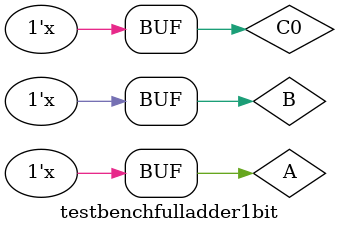
<source format=v>
`timescale 1ns / 1ps


module testbenchfulladder1bit;

	// Inputs
	reg C0;
	reg A;
	reg B;

	// Outputs
	wire S;
	wire C1;

	// Instantiate the Unit Under Test (UUT)
	fulladder1bit uut (
		.C0(C0), 
		.A(A), 
		.B(B), 
		.S(S), 
		.C1(C1)
	);

	initial begin
		// Initialize Inputs
		C0 = 0;
		A = 0;
		B = 0;

		// Wait 100 ns for global reset to finish
		#100;
        
		// Add stimulus here

	end
	always #1 C0=~C0;
	always #2 A=~A;
	always #4 B=~B;

      
endmodule


</source>
